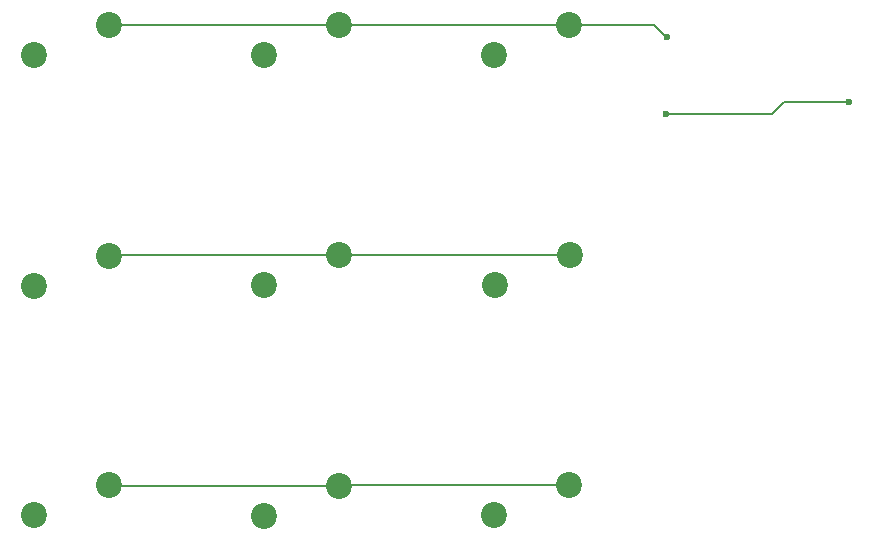
<source format=gbr>
%TF.GenerationSoftware,KiCad,Pcbnew,8.0.6*%
%TF.CreationDate,2024-10-28T02:11:40-04:00*%
%TF.ProjectId,macropad_schematic,6d616372-6f70-4616-945f-736368656d61,rev?*%
%TF.SameCoordinates,Original*%
%TF.FileFunction,Copper,L1,Top*%
%TF.FilePolarity,Positive*%
%FSLAX46Y46*%
G04 Gerber Fmt 4.6, Leading zero omitted, Abs format (unit mm)*
G04 Created by KiCad (PCBNEW 8.0.6) date 2024-10-28 02:11:40*
%MOMM*%
%LPD*%
G01*
G04 APERTURE LIST*
%TA.AperFunction,ComponentPad*%
%ADD10C,2.200000*%
%TD*%
%TA.AperFunction,ViaPad*%
%ADD11C,0.600000*%
%TD*%
%TA.AperFunction,Conductor*%
%ADD12C,0.200000*%
%TD*%
G04 APERTURE END LIST*
D10*
%TO.P,SW6,1,1*%
%TO.N,Column 2*%
X115850000Y-106500000D03*
%TO.P,SW6,2,2*%
%TO.N,Net-(D6-A)*%
X109500000Y-109040000D03*
%TD*%
%TO.P,SW5,1,1*%
%TO.N,Column 1*%
X115850000Y-86960000D03*
%TO.P,SW5,2,2*%
%TO.N,Net-(D5-A)*%
X109500000Y-89500000D03*
%TD*%
%TO.P,SW8,1,1*%
%TO.N,Column 1*%
X135390000Y-86920000D03*
%TO.P,SW8,2,2*%
%TO.N,Net-(D8-A)*%
X129040000Y-89460000D03*
%TD*%
%TO.P,SW1,1,1*%
%TO.N,Column 0*%
X96350000Y-67500000D03*
%TO.P,SW1,2,2*%
%TO.N,Net-(D1-A)*%
X90000000Y-70040000D03*
%TD*%
%TO.P,SW2,1,1*%
%TO.N,Column 1*%
X96350000Y-87000000D03*
%TO.P,SW2,2,2*%
%TO.N,Net-(D2-A)*%
X90000000Y-89540000D03*
%TD*%
%TO.P,SW3,1,1*%
%TO.N,Column 2*%
X96390000Y-106420000D03*
%TO.P,SW3,2,2*%
%TO.N,Net-(D3-A)*%
X90040000Y-108960000D03*
%TD*%
%TO.P,SW4,1,1*%
%TO.N,Column 0*%
X115850000Y-67500000D03*
%TO.P,SW4,2,2*%
%TO.N,Net-(D4-A)*%
X109500000Y-70040000D03*
%TD*%
%TO.P,SW9,1,1*%
%TO.N,Column 2*%
X135310000Y-106420000D03*
%TO.P,SW9,2,2*%
%TO.N,Net-(D9-A)*%
X128960000Y-108960000D03*
%TD*%
%TO.P,SW7,1,1*%
%TO.N,Column 0*%
X135350000Y-67500000D03*
%TO.P,SW7,2,2*%
%TO.N,Net-(D7-A)*%
X129000000Y-70040000D03*
%TD*%
D11*
%TO.N,Row 2*%
X159000000Y-74000000D03*
X143500000Y-75000000D03*
%TO.N,Column 0*%
X143600000Y-68500000D03*
%TD*%
D12*
%TO.N,Row 2*%
X153500000Y-74000000D02*
X152500000Y-75000000D01*
X152500000Y-75000000D02*
X143500000Y-75000000D01*
X159000000Y-74000000D02*
X153500000Y-74000000D01*
%TO.N,Column 0*%
X115850000Y-67500000D02*
X96350000Y-67500000D01*
X143500000Y-68500000D02*
X142500000Y-67500000D01*
X143600000Y-68500000D02*
X143500000Y-68500000D01*
X135350000Y-67500000D02*
X115850000Y-67500000D01*
X142500000Y-67500000D02*
X135350000Y-67500000D01*
%TO.N,Column 1*%
X115890000Y-86920000D02*
X115850000Y-86960000D01*
X135390000Y-86920000D02*
X115890000Y-86920000D01*
X96390000Y-86960000D02*
X96350000Y-87000000D01*
X115850000Y-86960000D02*
X96390000Y-86960000D01*
%TO.N,Column 2*%
X135310000Y-106420000D02*
X115930000Y-106420000D01*
X115850000Y-106500000D02*
X96470000Y-106500000D01*
X115930000Y-106420000D02*
X115850000Y-106500000D01*
X96470000Y-106500000D02*
X96390000Y-106420000D01*
%TD*%
M02*

</source>
